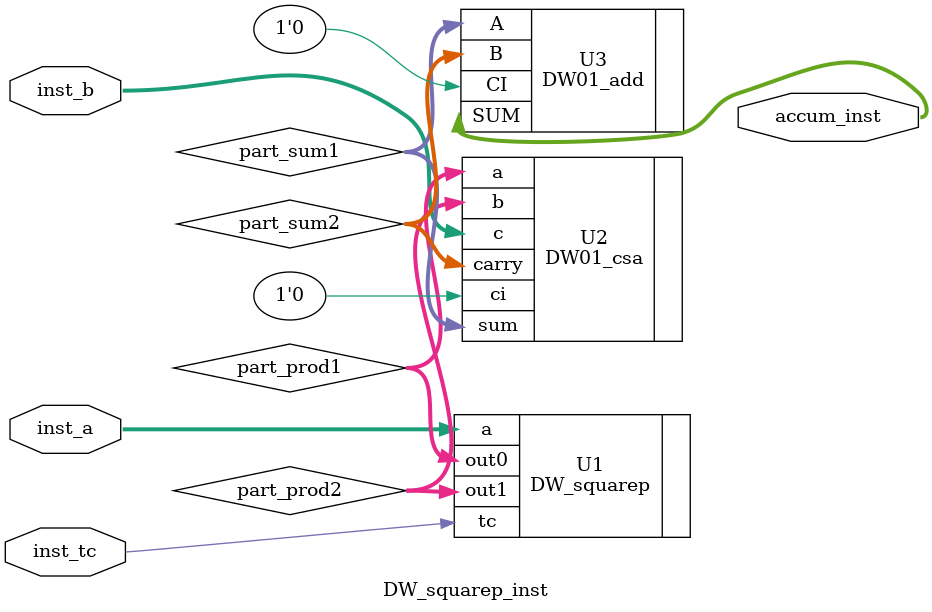
<source format=v>
module DW_squarep_inst( inst_a, inst_b, inst_tc, accum_inst );

  parameter inst_width = 8;
  parameter inst_verif_en = 3; // level 3 is the most aggressive
                               // verification mode for simulation

  // Square and accumulate using DW_squarep
  input [inst_width-1 : 0] inst_a;
  input [2*inst_width-1 : 0] inst_b;
  input inst_tc;
  output [2*inst_width-1 : 0] accum_inst;

  wire [2*inst_width-1 : 0] part_prod1, part_prod2, part_sum1, part_sum2;

  // Instance of DW_squarep
  DW_squarep #(inst_width,inst_verif_en) U1 ( .a(inst_a), .tc(inst_tc),
                                .out0(part_prod1), .out1(part_prod2) );

  // Instance of DW01_csa
  DW01_csa #(2*inst_width) U2 ( .a(part_prod1), .b(part_prod2),
                                .c(inst_b), .ci(1'b0),
                                .sum(part_sum1), .carry(part_sum2) );

  // Instance of DW01_add
  DW01_add #(2*inst_width) U3 ( .A(part_sum1), .B(part_sum2),
                                .CI(1'b0), .SUM(accum_inst) );

endmodule

</source>
